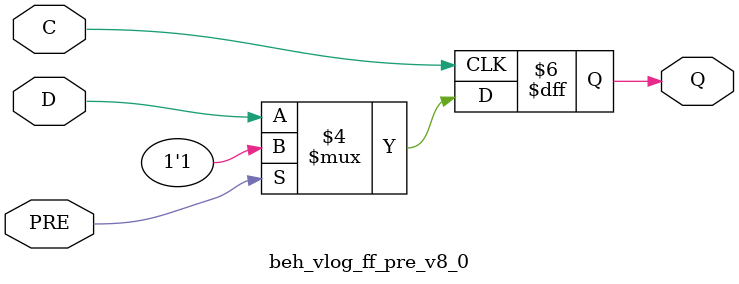
<source format=v>
module beh_vlog_ff_pre_v8_0 (Q, C, D, PRE);
  parameter INIT = 0;
localparam FLOP_DELAY = 100;
    output Q;
    input  C, D, PRE;
    reg Q;
    initial Q= 1'b0;
    always @(posedge C )
      if (PRE)
           Q <= 1'b1;
      else
	   Q <= #FLOP_DELAY D;
endmodule
</source>
